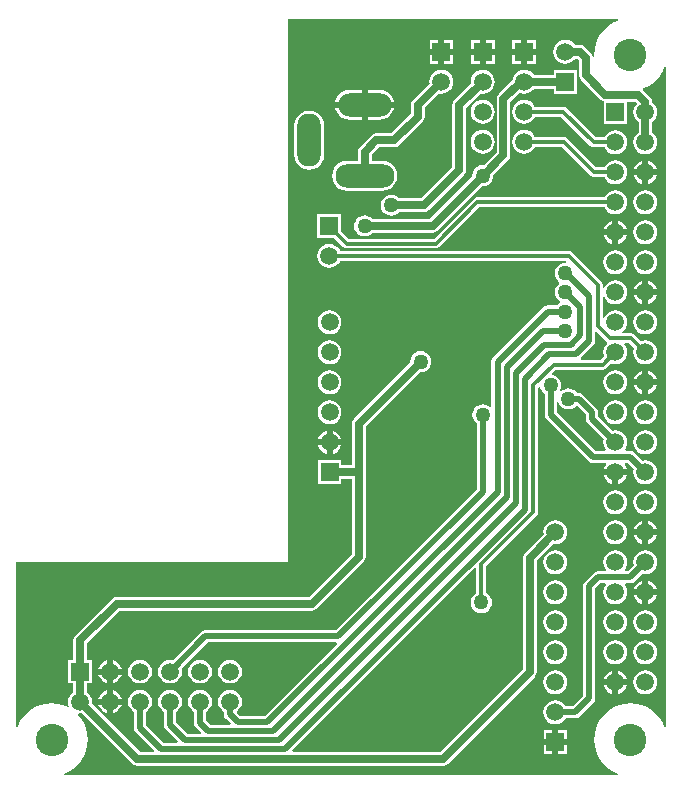
<source format=gbl>
G04 Layer_Physical_Order=2*
G04 Layer_Color=16711680*
%FSLAX44Y44*%
%MOMM*%
G71*
G01*
G75*
%ADD12C,1.5000*%
%ADD19C,0.3048*%
%ADD20C,0.6350*%
%ADD21C,0.5080*%
%ADD23R,1.5000X1.5000*%
%ADD24C,2.7500*%
%ADD25R,1.5000X1.5000*%
%ADD26O,4.5000X2.0000*%
%ADD27O,2.0000X4.5000*%
%ADD28O,5.0000X2.0000*%
%ADD29C,1.2700*%
G36*
X1164302Y895000D02*
X1164555Y893730D01*
X1161092Y892296D01*
X1156993Y889784D01*
X1153338Y886662D01*
X1150216Y883007D01*
X1147704Y878908D01*
X1145865Y874467D01*
X1144743Y869792D01*
X1144366Y865000D01*
X1144523Y862995D01*
X1143263Y862821D01*
X1142883Y864730D01*
X1141620Y866620D01*
X1136620Y871620D01*
X1134730Y872883D01*
X1132500Y873327D01*
X1128184D01*
X1127161Y874661D01*
X1125063Y876270D01*
X1122621Y877282D01*
X1120000Y877627D01*
X1117379Y877282D01*
X1114937Y876270D01*
X1112839Y874661D01*
X1111230Y872563D01*
X1110218Y870121D01*
X1109873Y867500D01*
X1110218Y864879D01*
X1111230Y862437D01*
X1112839Y860339D01*
X1114937Y858730D01*
X1117379Y857718D01*
X1120000Y857373D01*
X1122621Y857718D01*
X1125063Y858730D01*
X1127161Y860339D01*
X1128184Y861673D01*
X1130086D01*
X1131673Y860086D01*
Y847500D01*
X1132117Y845270D01*
X1133380Y843380D01*
X1149758Y827002D01*
X1151648Y825739D01*
X1152260Y825617D01*
Y806260D01*
X1172340D01*
Y825295D01*
X1178964D01*
X1180555Y823704D01*
X1180539Y823461D01*
X1178930Y821363D01*
X1177919Y818921D01*
X1177573Y816300D01*
X1177919Y813679D01*
X1178930Y811237D01*
X1180539Y809139D01*
X1181873Y808116D01*
Y799084D01*
X1180539Y798061D01*
X1178930Y795963D01*
X1177919Y793521D01*
X1177573Y790900D01*
X1177919Y788279D01*
X1178930Y785837D01*
X1180539Y783739D01*
X1182637Y782130D01*
X1185079Y781118D01*
X1187700Y780773D01*
X1190321Y781118D01*
X1192764Y782130D01*
X1194861Y783739D01*
X1196470Y785837D01*
X1197482Y788279D01*
X1197827Y790900D01*
X1197482Y793521D01*
X1196470Y795963D01*
X1194861Y798061D01*
X1193527Y799084D01*
Y808116D01*
X1194861Y809139D01*
X1196470Y811237D01*
X1197482Y813679D01*
X1197827Y816300D01*
X1197482Y818921D01*
X1196470Y821363D01*
X1194861Y823461D01*
X1193527Y824484D01*
Y824800D01*
X1193084Y827030D01*
X1191821Y828920D01*
X1185728Y835013D01*
X1185764Y836402D01*
X1188908Y837704D01*
X1193007Y840216D01*
X1196662Y843338D01*
X1199784Y846993D01*
X1202296Y851092D01*
X1203730Y854555D01*
X1205000Y854303D01*
X1205000Y295697D01*
X1203730Y295445D01*
X1202296Y298908D01*
X1199784Y303006D01*
X1196662Y306662D01*
X1193007Y309784D01*
X1188908Y312295D01*
X1184467Y314135D01*
X1179792Y315257D01*
X1175000Y315634D01*
X1170208Y315257D01*
X1165534Y314135D01*
X1161092Y312295D01*
X1156993Y309784D01*
X1153338Y306662D01*
X1150216Y303006D01*
X1147704Y298908D01*
X1145865Y294466D01*
X1144743Y289792D01*
X1144366Y285000D01*
X1144743Y280208D01*
X1145865Y275533D01*
X1147704Y271092D01*
X1150216Y266994D01*
X1153338Y263338D01*
X1156993Y260216D01*
X1161092Y257705D01*
X1164555Y256270D01*
X1164303Y255000D01*
X695701Y255001D01*
X695448Y256271D01*
X698908Y257705D01*
X703007Y260216D01*
X706662Y263338D01*
X709784Y266994D01*
X712296Y271092D01*
X714135Y275533D01*
X715257Y280208D01*
X715634Y285000D01*
X715257Y289792D01*
X714135Y294466D01*
X712296Y298908D01*
X709784Y303006D01*
X707106Y306142D01*
X707755Y307337D01*
X709000Y307173D01*
X710667Y307393D01*
X753295Y264765D01*
X755185Y263502D01*
X757415Y263058D01*
X1016385D01*
X1018615Y263502D01*
X1020505Y264765D01*
X1094120Y338380D01*
X1095383Y340270D01*
X1095827Y342500D01*
Y436786D01*
X1109833Y450793D01*
X1111500Y450573D01*
X1114121Y450918D01*
X1116563Y451930D01*
X1118661Y453539D01*
X1120270Y455637D01*
X1121282Y458079D01*
X1121627Y460700D01*
X1121282Y463321D01*
X1120270Y465763D01*
X1118661Y467861D01*
X1116563Y469470D01*
X1114121Y470482D01*
X1111500Y470827D01*
X1108879Y470482D01*
X1106437Y469470D01*
X1104339Y467861D01*
X1102730Y465763D01*
X1101718Y463321D01*
X1101373Y460700D01*
X1101593Y459033D01*
X1085880Y443320D01*
X1084617Y441430D01*
X1084173Y439200D01*
Y344914D01*
X1013971Y274712D01*
X889302D01*
X888816Y275885D01*
X1043403Y430473D01*
X1044576Y429987D01*
Y409126D01*
X1044237Y408985D01*
X1042380Y407560D01*
X1040955Y405703D01*
X1040059Y403541D01*
X1039753Y401220D01*
X1040059Y398899D01*
X1040955Y396737D01*
X1042380Y394879D01*
X1044237Y393455D01*
X1046399Y392559D01*
X1048720Y392253D01*
X1051041Y392559D01*
X1053203Y393455D01*
X1055060Y394879D01*
X1056485Y396737D01*
X1057381Y398899D01*
X1057687Y401220D01*
X1057381Y403541D01*
X1056485Y405703D01*
X1055060Y407560D01*
X1053203Y408985D01*
X1052864Y409126D01*
Y432059D01*
X1095430Y474625D01*
X1096328Y475970D01*
X1096644Y477555D01*
Y583107D01*
X1097594Y583889D01*
X1098734Y583479D01*
X1098839Y582679D01*
X1099735Y580517D01*
X1101160Y578660D01*
X1102320Y577769D01*
Y560000D01*
X1102715Y558018D01*
X1103838Y556338D01*
X1139518Y520658D01*
X1141198Y519535D01*
X1143180Y519141D01*
X1153907D01*
X1154533Y517870D01*
X1153530Y516563D01*
X1152519Y514121D01*
X1152508Y514040D01*
X1162300D01*
X1172092D01*
X1172082Y514121D01*
X1171070Y516563D01*
X1170067Y517870D01*
X1170693Y519141D01*
X1172735D01*
X1177899Y513976D01*
X1177573Y511500D01*
X1177919Y508879D01*
X1178930Y506437D01*
X1180539Y504339D01*
X1182637Y502730D01*
X1185079Y501718D01*
X1187700Y501373D01*
X1190321Y501718D01*
X1192764Y502730D01*
X1194861Y504339D01*
X1196470Y506437D01*
X1197482Y508879D01*
X1197827Y511500D01*
X1197482Y514121D01*
X1196470Y516563D01*
X1194861Y518661D01*
X1192764Y520270D01*
X1190321Y521282D01*
X1187700Y521627D01*
X1185224Y521301D01*
X1178543Y527982D01*
X1176862Y529105D01*
X1174880Y529500D01*
X1170878D01*
X1170251Y530770D01*
X1171070Y531837D01*
X1172082Y534279D01*
X1172427Y536900D01*
X1172082Y539521D01*
X1171070Y541963D01*
X1169461Y544061D01*
X1167364Y545670D01*
X1164921Y546682D01*
X1162300Y547027D01*
X1159824Y546701D01*
X1147680Y558846D01*
Y562500D01*
X1147285Y564482D01*
X1146162Y566162D01*
X1135129Y577196D01*
X1133449Y578319D01*
X1131467Y578713D01*
X1129731D01*
X1128840Y579874D01*
X1126983Y581299D01*
X1124821Y582195D01*
X1122500Y582500D01*
X1120179Y582195D01*
X1118017Y581299D01*
X1116473Y580115D01*
X1115430Y580915D01*
X1116161Y582679D01*
X1116467Y585000D01*
X1116161Y587321D01*
X1115265Y589483D01*
X1113840Y591340D01*
X1111983Y592765D01*
X1109821Y593661D01*
X1108934Y593778D01*
X1108479Y595119D01*
X1111716Y598356D01*
X1151700D01*
X1153286Y598672D01*
X1154630Y599570D01*
X1158760Y603699D01*
X1159679Y603318D01*
X1162300Y602973D01*
X1164921Y603318D01*
X1167364Y604330D01*
X1169461Y605939D01*
X1171070Y608037D01*
X1172082Y610479D01*
X1172427Y613100D01*
X1172082Y615721D01*
X1171070Y618163D01*
X1169978Y619586D01*
X1170604Y620856D01*
X1174084D01*
X1178299Y616641D01*
X1177919Y615721D01*
X1177573Y613100D01*
X1177919Y610479D01*
X1178930Y608037D01*
X1180539Y605939D01*
X1182637Y604330D01*
X1185079Y603318D01*
X1187700Y602973D01*
X1190321Y603318D01*
X1192764Y604330D01*
X1194861Y605939D01*
X1196470Y608037D01*
X1197482Y610479D01*
X1197827Y613100D01*
X1197482Y615721D01*
X1196470Y618163D01*
X1194861Y620261D01*
X1192764Y621870D01*
X1190321Y622882D01*
X1187700Y623227D01*
X1185079Y622882D01*
X1184159Y622501D01*
X1178730Y627930D01*
X1177386Y628828D01*
X1175800Y629144D01*
X1168685D01*
X1168254Y630414D01*
X1169461Y631339D01*
X1171070Y633437D01*
X1172082Y635879D01*
X1172427Y638500D01*
X1172082Y641121D01*
X1171070Y643563D01*
X1169461Y645661D01*
X1167364Y647270D01*
X1164921Y648282D01*
X1162300Y648627D01*
X1159679Y648282D01*
X1157237Y647270D01*
X1155139Y645661D01*
X1153530Y643563D01*
X1152914Y642075D01*
X1151644Y642327D01*
Y660073D01*
X1152914Y660325D01*
X1153530Y658837D01*
X1155139Y656739D01*
X1157237Y655130D01*
X1159679Y654118D01*
X1162300Y653773D01*
X1164921Y654118D01*
X1167364Y655130D01*
X1169461Y656739D01*
X1171070Y658837D01*
X1172082Y661279D01*
X1172427Y663900D01*
X1172082Y666521D01*
X1171070Y668963D01*
X1169461Y671061D01*
X1167364Y672670D01*
X1164921Y673682D01*
X1162300Y674027D01*
X1159679Y673682D01*
X1157237Y672670D01*
X1155139Y671061D01*
X1153530Y668963D01*
X1152914Y667475D01*
X1151644Y667727D01*
Y670000D01*
X1151328Y671586D01*
X1150430Y672930D01*
X1125830Y697530D01*
X1124486Y698428D01*
X1122900Y698744D01*
X929151D01*
X928770Y699663D01*
X927161Y701761D01*
X925063Y703370D01*
X922621Y704382D01*
X920000Y704727D01*
X917379Y704382D01*
X914937Y703370D01*
X912839Y701761D01*
X911230Y699663D01*
X910218Y697221D01*
X909873Y694600D01*
X910218Y691979D01*
X911230Y689537D01*
X912839Y687439D01*
X914937Y685830D01*
X917379Y684818D01*
X920000Y684473D01*
X922621Y684818D01*
X925063Y685830D01*
X927161Y687439D01*
X928770Y689537D01*
X929151Y690456D01*
X1120397D01*
X1120576Y690170D01*
X1120205Y689397D01*
X1119843Y688945D01*
X1117677Y688660D01*
X1115514Y687764D01*
X1113657Y686339D01*
X1112232Y684482D01*
X1111337Y682319D01*
X1111031Y679999D01*
X1111337Y677678D01*
X1112232Y675515D01*
X1113657Y673658D01*
X1114794Y672786D01*
X1114795Y671211D01*
X1113660Y670340D01*
X1112235Y668483D01*
X1111339Y666321D01*
X1111033Y664000D01*
X1111339Y661679D01*
X1112235Y659517D01*
X1113660Y657660D01*
X1115174Y656498D01*
X1115280Y656113D01*
X1115279Y655383D01*
X1115173Y655002D01*
X1113657Y653839D01*
X1112767Y652678D01*
X1104999D01*
X1104999Y652678D01*
X1103017Y652284D01*
X1101336Y651161D01*
X1058838Y608662D01*
X1057715Y606982D01*
X1057320Y605000D01*
Y566990D01*
X1056050Y566563D01*
X1054483Y567765D01*
X1052321Y568661D01*
X1050000Y568967D01*
X1047679Y568661D01*
X1045517Y567765D01*
X1043660Y566340D01*
X1042235Y564483D01*
X1041339Y562321D01*
X1041033Y560000D01*
X1041339Y557679D01*
X1042235Y555517D01*
X1043660Y553660D01*
X1044820Y552769D01*
Y497145D01*
X925355Y377679D01*
X815000D01*
X813018Y377285D01*
X811338Y376162D01*
X787676Y352501D01*
X785200Y352827D01*
X782579Y352482D01*
X780137Y351470D01*
X778039Y349861D01*
X776430Y347763D01*
X775418Y345321D01*
X775073Y342700D01*
X775418Y340079D01*
X776430Y337637D01*
X778039Y335539D01*
X780137Y333930D01*
X782579Y332918D01*
X785200Y332573D01*
X787821Y332918D01*
X790263Y333930D01*
X792361Y335539D01*
X793970Y337637D01*
X794982Y340079D01*
X795327Y342700D01*
X795001Y345176D01*
X817145Y367321D01*
X925836D01*
X926322Y366147D01*
X865355Y305180D01*
X844645D01*
X841875Y307950D01*
X841958Y309217D01*
X843161Y310139D01*
X844770Y312237D01*
X845782Y314679D01*
X846127Y317300D01*
X845782Y319921D01*
X844770Y322363D01*
X843161Y324461D01*
X841063Y326070D01*
X838621Y327082D01*
X836000Y327427D01*
X833379Y327082D01*
X830937Y326070D01*
X828839Y324461D01*
X827230Y322363D01*
X826218Y319921D01*
X825873Y317300D01*
X826218Y314679D01*
X827230Y312237D01*
X828839Y310139D01*
X830820Y308619D01*
Y306500D01*
X831215Y304518D01*
X832337Y302838D01*
X836442Y298733D01*
X835956Y297560D01*
X819765D01*
X815779Y301545D01*
Y308619D01*
X817761Y310139D01*
X819370Y312237D01*
X820382Y314679D01*
X820727Y317300D01*
X820382Y319921D01*
X819370Y322363D01*
X817761Y324461D01*
X815663Y326070D01*
X813221Y327082D01*
X810600Y327427D01*
X807979Y327082D01*
X805537Y326070D01*
X803439Y324461D01*
X801830Y322363D01*
X800818Y319921D01*
X800473Y317300D01*
X800818Y314679D01*
X801830Y312237D01*
X803439Y310139D01*
X805421Y308619D01*
Y299400D01*
X805815Y297418D01*
X806937Y295737D01*
X811562Y291113D01*
X811076Y289939D01*
X800005D01*
X790379Y299565D01*
Y308619D01*
X792361Y310139D01*
X793970Y312237D01*
X794982Y314679D01*
X795327Y317300D01*
X794982Y319921D01*
X793970Y322363D01*
X792361Y324461D01*
X790263Y326070D01*
X787821Y327082D01*
X785200Y327427D01*
X782579Y327082D01*
X780137Y326070D01*
X778039Y324461D01*
X776430Y322363D01*
X775418Y319921D01*
X775073Y317300D01*
X775418Y314679D01*
X776430Y312237D01*
X778039Y310139D01*
X780021Y308619D01*
Y297420D01*
X780415Y295438D01*
X781537Y293757D01*
X791802Y283493D01*
X791316Y282320D01*
X780005D01*
X764979Y297345D01*
Y308619D01*
X766961Y310139D01*
X768570Y312237D01*
X769582Y314679D01*
X769927Y317300D01*
X769582Y319921D01*
X768570Y322363D01*
X766961Y324461D01*
X764863Y326070D01*
X762421Y327082D01*
X759800Y327427D01*
X757179Y327082D01*
X754737Y326070D01*
X752639Y324461D01*
X751030Y322363D01*
X750018Y319921D01*
X749673Y317300D01*
X750018Y314679D01*
X751030Y312237D01*
X752639Y310139D01*
X754621Y308619D01*
Y295200D01*
X755015Y293218D01*
X756137Y291537D01*
X771790Y275885D01*
X771304Y274712D01*
X759829D01*
X718907Y315633D01*
X719127Y317300D01*
X718782Y319921D01*
X717770Y322363D01*
X716161Y324461D01*
X714827Y325484D01*
Y332660D01*
X719040D01*
Y352740D01*
X714827D01*
Y366586D01*
X742414Y394173D01*
X905000D01*
X907230Y394617D01*
X909120Y395880D01*
X949120Y435880D01*
X950383Y437770D01*
X950827Y440000D01*
Y550086D01*
X996858Y596118D01*
X997500Y596033D01*
X999821Y596339D01*
X1001983Y597235D01*
X1003840Y598660D01*
X1005265Y600517D01*
X1006161Y602679D01*
X1006467Y605000D01*
X1006161Y607321D01*
X1005265Y609483D01*
X1003840Y611340D01*
X1001983Y612765D01*
X999821Y613661D01*
X997500Y613967D01*
X995179Y613661D01*
X993017Y612765D01*
X991160Y611340D01*
X989735Y609483D01*
X988839Y607321D01*
X988533Y605000D01*
X988618Y604358D01*
X940880Y556620D01*
X939617Y554730D01*
X939173Y552500D01*
Y517327D01*
X930278D01*
Y521540D01*
X910198D01*
Y501460D01*
X930278D01*
Y505673D01*
X939173D01*
Y442414D01*
X902586Y405827D01*
X740000D01*
X737770Y405383D01*
X735880Y404120D01*
X704880Y373120D01*
X703617Y371230D01*
X703173Y369000D01*
Y352740D01*
X698960D01*
Y332660D01*
X703173D01*
Y325484D01*
X701839Y324461D01*
X700230Y322363D01*
X699218Y319921D01*
X698873Y317300D01*
X699218Y314679D01*
X699820Y313226D01*
X699075Y312467D01*
X698815Y312334D01*
X694467Y314135D01*
X689792Y315257D01*
X685000Y315634D01*
X680208Y315257D01*
X675533Y314135D01*
X671092Y312295D01*
X666993Y309784D01*
X663338Y306662D01*
X660216Y303006D01*
X657704Y298908D01*
X656270Y295444D01*
X655000Y295697D01*
X655000Y435000D01*
X885000D01*
X885000Y895000D01*
X1164302Y895000D01*
D02*
G37*
G36*
X1154570Y622070D02*
X1155020Y621769D01*
X1155137Y620288D01*
X1155089Y620195D01*
X1153530Y618163D01*
X1152519Y615721D01*
X1152173Y613100D01*
X1152519Y610479D01*
X1152899Y609559D01*
X1149984Y606644D01*
X1133265D01*
X1132739Y607914D01*
X1143662Y618838D01*
X1144785Y620518D01*
X1145180Y622500D01*
Y629801D01*
X1146353Y630287D01*
X1154570Y622070D01*
D02*
G37*
G36*
X1114735Y569050D02*
X1116160Y567193D01*
X1118017Y565768D01*
X1120179Y564872D01*
X1122500Y564567D01*
X1124821Y564872D01*
X1126983Y565768D01*
X1128840Y567193D01*
X1128967Y567358D01*
X1130234Y567441D01*
X1137320Y560355D01*
Y556700D01*
X1137715Y554718D01*
X1138838Y553038D01*
X1152499Y539376D01*
X1152173Y536900D01*
X1152519Y534279D01*
X1153530Y531837D01*
X1154349Y530770D01*
X1153723Y529500D01*
X1145325D01*
X1112680Y562145D01*
Y570693D01*
X1113950Y570945D01*
X1114735Y569050D01*
D02*
G37*
%LPC*%
G36*
X1095040Y877540D02*
X1087540D01*
Y870040D01*
X1095040D01*
Y877540D01*
D02*
G37*
G36*
X1082460D02*
X1074960D01*
Y870040D01*
X1082460D01*
Y877540D01*
D02*
G37*
G36*
X1060040D02*
X1052540D01*
Y870040D01*
X1060040D01*
Y877540D01*
D02*
G37*
G36*
X1047460D02*
X1039960D01*
Y870040D01*
X1047460D01*
Y877540D01*
D02*
G37*
G36*
X1025040D02*
X1017540D01*
Y870040D01*
X1025040D01*
Y877540D01*
D02*
G37*
G36*
X1012460D02*
X1004960D01*
Y870040D01*
X1012460D01*
Y877540D01*
D02*
G37*
G36*
X1095040Y864960D02*
X1087540D01*
Y857460D01*
X1095040D01*
Y864960D01*
D02*
G37*
G36*
X1082460D02*
X1074960D01*
Y857460D01*
X1082460D01*
Y864960D01*
D02*
G37*
G36*
X1060040D02*
X1052540D01*
Y857460D01*
X1060040D01*
Y864960D01*
D02*
G37*
G36*
X1047460D02*
X1039960D01*
Y857460D01*
X1047460D01*
Y864960D01*
D02*
G37*
G36*
X1025040D02*
X1017540D01*
Y857460D01*
X1025040D01*
Y864960D01*
D02*
G37*
G36*
X1012460D02*
X1004960D01*
Y857460D01*
X1012460D01*
Y864960D01*
D02*
G37*
G36*
X1085000Y852227D02*
X1082379Y851882D01*
X1079937Y850870D01*
X1077839Y849261D01*
X1076230Y847163D01*
X1075219Y844721D01*
X1075027Y843268D01*
X1063380Y831620D01*
X1062117Y829730D01*
X1061673Y827500D01*
Y782414D01*
X1050642Y771382D01*
X1050000Y771467D01*
X1047679Y771161D01*
X1045517Y770265D01*
X1043660Y768840D01*
X1042235Y766983D01*
X1041339Y764821D01*
X1041033Y762500D01*
X1041118Y761858D01*
X1005086Y725827D01*
X956734D01*
X956340Y726340D01*
X954483Y727765D01*
X952321Y728661D01*
X950000Y728967D01*
X947679Y728661D01*
X945517Y727765D01*
X943660Y726340D01*
X942235Y724483D01*
X941339Y722321D01*
X941033Y720000D01*
X941339Y717679D01*
X942235Y715517D01*
X943660Y713660D01*
X945517Y712235D01*
X947679Y711339D01*
X950000Y711033D01*
X952321Y711339D01*
X954483Y712235D01*
X956340Y713660D01*
X956734Y714173D01*
X1007500D01*
X1009730Y714617D01*
X1011620Y715880D01*
X1049358Y753618D01*
X1050000Y753533D01*
X1052321Y753839D01*
X1054483Y754735D01*
X1056340Y756160D01*
X1057765Y758017D01*
X1058661Y760179D01*
X1058967Y762500D01*
X1058882Y763142D01*
X1071620Y775880D01*
X1072883Y777770D01*
X1073327Y780000D01*
Y825086D01*
X1081092Y832851D01*
X1082379Y832318D01*
X1085000Y831973D01*
X1087621Y832318D01*
X1090063Y833330D01*
X1092161Y834939D01*
X1093184Y836273D01*
X1109960D01*
Y832060D01*
X1130040D01*
Y852140D01*
X1109960D01*
Y847927D01*
X1093184D01*
X1092161Y849261D01*
X1090063Y850870D01*
X1087621Y851882D01*
X1085000Y852227D01*
D02*
G37*
G36*
X1050000D02*
X1047379Y851882D01*
X1044937Y850870D01*
X1042839Y849261D01*
X1041230Y847163D01*
X1040219Y844721D01*
X1039873Y842100D01*
X1040093Y840433D01*
X1025880Y826220D01*
X1024617Y824330D01*
X1024173Y822100D01*
Y769914D01*
X997586Y743327D01*
X979234D01*
X978840Y743840D01*
X976983Y745265D01*
X974821Y746161D01*
X972500Y746467D01*
X970179Y746161D01*
X968017Y745265D01*
X966160Y743840D01*
X964735Y741983D01*
X963839Y739821D01*
X963533Y737500D01*
X963839Y735179D01*
X964735Y733017D01*
X966160Y731160D01*
X968017Y729735D01*
X970179Y728839D01*
X972500Y728533D01*
X974821Y728839D01*
X976983Y729735D01*
X978840Y731160D01*
X979234Y731673D01*
X1000000D01*
X1002230Y732117D01*
X1004120Y733380D01*
X1034120Y763380D01*
X1035383Y765270D01*
X1035827Y767500D01*
Y819686D01*
X1048333Y832193D01*
X1050000Y831973D01*
X1052621Y832318D01*
X1055063Y833330D01*
X1057161Y834939D01*
X1058770Y837037D01*
X1059782Y839479D01*
X1060127Y842100D01*
X1059782Y844721D01*
X1058770Y847163D01*
X1057161Y849261D01*
X1055063Y850870D01*
X1052621Y851882D01*
X1050000Y852227D01*
D02*
G37*
G36*
X1015000D02*
X1012379Y851882D01*
X1009937Y850870D01*
X1007840Y849261D01*
X1006230Y847163D01*
X1005219Y844721D01*
X1004874Y842100D01*
X1005093Y840433D01*
X990880Y826220D01*
X989617Y824330D01*
X989173Y822100D01*
Y814914D01*
X972586Y798327D01*
X960000D01*
X957770Y797883D01*
X955880Y796620D01*
X945880Y786620D01*
X944617Y784730D01*
X944173Y782500D01*
Y775148D01*
X935000D01*
X931726Y774717D01*
X928676Y773454D01*
X926056Y771444D01*
X924046Y768824D01*
X922783Y765774D01*
X922352Y762500D01*
X922783Y759226D01*
X924046Y756176D01*
X926056Y753556D01*
X928676Y751546D01*
X931726Y750283D01*
X935000Y749852D01*
X965000D01*
X968274Y750283D01*
X971324Y751546D01*
X973944Y753556D01*
X975954Y756176D01*
X977217Y759226D01*
X977648Y762500D01*
X977217Y765774D01*
X975954Y768824D01*
X973944Y771444D01*
X971324Y773454D01*
X968274Y774717D01*
X965000Y775148D01*
X955827D01*
Y780086D01*
X962414Y786673D01*
X975000D01*
X977230Y787117D01*
X979120Y788380D01*
X999120Y808380D01*
X1000383Y810270D01*
X1000827Y812500D01*
Y819686D01*
X1013333Y832193D01*
X1015000Y831973D01*
X1017621Y832318D01*
X1020063Y833330D01*
X1022161Y834939D01*
X1023770Y837037D01*
X1024782Y839479D01*
X1025127Y842100D01*
X1024782Y844721D01*
X1023770Y847163D01*
X1022161Y849261D01*
X1020063Y850870D01*
X1017621Y851882D01*
X1015000Y852227D01*
D02*
G37*
G36*
X962500Y835148D02*
X952540D01*
Y825040D01*
X974814D01*
X974717Y825774D01*
X973454Y828824D01*
X971444Y831444D01*
X968824Y833454D01*
X965774Y834717D01*
X962500Y835148D01*
D02*
G37*
G36*
X947460D02*
X937500D01*
X934226Y834717D01*
X931176Y833454D01*
X928556Y831444D01*
X926546Y828824D01*
X925283Y825774D01*
X925186Y825040D01*
X947460D01*
Y835148D01*
D02*
G37*
G36*
X974814Y819960D02*
X952540D01*
Y809852D01*
X962500D01*
X965774Y810283D01*
X968824Y811546D01*
X971444Y813556D01*
X973454Y816176D01*
X974717Y819226D01*
X974814Y819960D01*
D02*
G37*
G36*
X947460D02*
X925186D01*
X925283Y819226D01*
X926546Y816176D01*
X928556Y813556D01*
X931176Y811546D01*
X934226Y810283D01*
X937500Y809852D01*
X947460D01*
Y819960D01*
D02*
G37*
G36*
X1050000Y826827D02*
X1047379Y826482D01*
X1044937Y825470D01*
X1042839Y823861D01*
X1041230Y821763D01*
X1040219Y819321D01*
X1039873Y816700D01*
X1040219Y814079D01*
X1041230Y811637D01*
X1042839Y809539D01*
X1044937Y807930D01*
X1047379Y806918D01*
X1050000Y806573D01*
X1052621Y806918D01*
X1055063Y807930D01*
X1057161Y809539D01*
X1058770Y811637D01*
X1059782Y814079D01*
X1060127Y816700D01*
X1059782Y819321D01*
X1058770Y821763D01*
X1057161Y823861D01*
X1055063Y825470D01*
X1052621Y826482D01*
X1050000Y826827D01*
D02*
G37*
G36*
Y801427D02*
X1047379Y801082D01*
X1044937Y800070D01*
X1042839Y798461D01*
X1041230Y796363D01*
X1040219Y793921D01*
X1039873Y791300D01*
X1040219Y788679D01*
X1041230Y786237D01*
X1042839Y784139D01*
X1044937Y782530D01*
X1047379Y781518D01*
X1050000Y781173D01*
X1052621Y781518D01*
X1055063Y782530D01*
X1057161Y784139D01*
X1058770Y786237D01*
X1059782Y788679D01*
X1060127Y791300D01*
X1059782Y793921D01*
X1058770Y796363D01*
X1057161Y798461D01*
X1055063Y800070D01*
X1052621Y801082D01*
X1050000Y801427D01*
D02*
G37*
G36*
X1085000Y826827D02*
X1082379Y826482D01*
X1079937Y825470D01*
X1077839Y823861D01*
X1076230Y821763D01*
X1075219Y819321D01*
X1074873Y816700D01*
X1075219Y814079D01*
X1076230Y811637D01*
X1077839Y809539D01*
X1079937Y807930D01*
X1082379Y806918D01*
X1085000Y806573D01*
X1087621Y806918D01*
X1090063Y807930D01*
X1092161Y809539D01*
X1093770Y811637D01*
X1094151Y812556D01*
X1116584D01*
X1141170Y787970D01*
X1142514Y787072D01*
X1144100Y786756D01*
X1153149D01*
X1153530Y785837D01*
X1155139Y783739D01*
X1157237Y782130D01*
X1159679Y781118D01*
X1162300Y780773D01*
X1164921Y781118D01*
X1167364Y782130D01*
X1169461Y783739D01*
X1171070Y785837D01*
X1172082Y788279D01*
X1172427Y790900D01*
X1172082Y793521D01*
X1171070Y795963D01*
X1169461Y798061D01*
X1167364Y799670D01*
X1164921Y800682D01*
X1162300Y801027D01*
X1159679Y800682D01*
X1157237Y799670D01*
X1155139Y798061D01*
X1153530Y795963D01*
X1153149Y795044D01*
X1145816D01*
X1121230Y819630D01*
X1119886Y820528D01*
X1118300Y820844D01*
X1094151D01*
X1093770Y821763D01*
X1092161Y823861D01*
X1090063Y825470D01*
X1087621Y826482D01*
X1085000Y826827D01*
D02*
G37*
G36*
X1190240Y775292D02*
Y768040D01*
X1197492D01*
X1197482Y768121D01*
X1196470Y770563D01*
X1194861Y772661D01*
X1192764Y774270D01*
X1190321Y775282D01*
X1190240Y775292D01*
D02*
G37*
G36*
X1185160Y775292D02*
X1185079Y775282D01*
X1182637Y774270D01*
X1180539Y772661D01*
X1178930Y770563D01*
X1177919Y768121D01*
X1177908Y768040D01*
X1185160D01*
Y775292D01*
D02*
G37*
G36*
X903000Y817648D02*
X899726Y817217D01*
X896676Y815954D01*
X894056Y813944D01*
X892046Y811324D01*
X890783Y808274D01*
X890352Y805000D01*
Y780000D01*
X890783Y776726D01*
X892046Y773676D01*
X894056Y771056D01*
X896676Y769046D01*
X899726Y767783D01*
X903000Y767352D01*
X906274Y767783D01*
X909324Y769046D01*
X911944Y771056D01*
X913954Y773676D01*
X915217Y776726D01*
X915648Y780000D01*
Y805000D01*
X915217Y808274D01*
X913954Y811324D01*
X911944Y813944D01*
X909324Y815954D01*
X906274Y817217D01*
X903000Y817648D01*
D02*
G37*
G36*
X1185160Y762960D02*
X1177908D01*
X1177919Y762879D01*
X1178930Y760437D01*
X1180539Y758339D01*
X1182637Y756730D01*
X1185079Y755718D01*
X1185160Y755708D01*
Y762960D01*
D02*
G37*
G36*
X1197492D02*
X1190240D01*
Y755708D01*
X1190321Y755718D01*
X1192764Y756730D01*
X1194861Y758339D01*
X1196470Y760437D01*
X1197482Y762879D01*
X1197492Y762960D01*
D02*
G37*
G36*
X1085000Y801427D02*
X1082379Y801082D01*
X1079937Y800070D01*
X1077839Y798461D01*
X1076230Y796363D01*
X1075219Y793921D01*
X1074873Y791300D01*
X1075219Y788679D01*
X1076230Y786237D01*
X1077839Y784139D01*
X1079937Y782530D01*
X1082379Y781518D01*
X1085000Y781173D01*
X1087621Y781518D01*
X1090063Y782530D01*
X1092161Y784139D01*
X1093770Y786237D01*
X1094151Y787156D01*
X1116984D01*
X1141570Y762570D01*
X1142914Y761672D01*
X1144500Y761356D01*
X1153149D01*
X1153530Y760437D01*
X1155139Y758339D01*
X1157237Y756730D01*
X1159679Y755718D01*
X1162300Y755373D01*
X1164921Y755718D01*
X1167364Y756730D01*
X1169461Y758339D01*
X1171070Y760437D01*
X1172082Y762879D01*
X1172427Y765500D01*
X1172082Y768121D01*
X1171070Y770563D01*
X1169461Y772661D01*
X1167364Y774270D01*
X1164921Y775282D01*
X1162300Y775627D01*
X1159679Y775282D01*
X1157237Y774270D01*
X1155139Y772661D01*
X1153530Y770563D01*
X1153149Y769644D01*
X1146216D01*
X1121630Y794230D01*
X1120286Y795128D01*
X1118700Y795444D01*
X1094151D01*
X1093770Y796363D01*
X1092161Y798461D01*
X1090063Y800070D01*
X1087621Y801082D01*
X1085000Y801427D01*
D02*
G37*
G36*
X1187700Y750227D02*
X1185079Y749882D01*
X1182637Y748870D01*
X1180539Y747261D01*
X1178930Y745163D01*
X1177919Y742721D01*
X1177573Y740100D01*
X1177919Y737479D01*
X1178930Y735037D01*
X1180539Y732939D01*
X1182637Y731330D01*
X1185079Y730318D01*
X1187700Y729973D01*
X1190321Y730318D01*
X1192764Y731330D01*
X1194861Y732939D01*
X1196470Y735037D01*
X1197482Y737479D01*
X1197827Y740100D01*
X1197482Y742721D01*
X1196470Y745163D01*
X1194861Y747261D01*
X1192764Y748870D01*
X1190321Y749882D01*
X1187700Y750227D01*
D02*
G37*
G36*
X1162300D02*
X1159679Y749882D01*
X1157237Y748870D01*
X1155139Y747261D01*
X1153530Y745163D01*
X1153149Y744244D01*
X1045100D01*
X1043514Y743928D01*
X1042170Y743030D01*
X1008284Y709144D01*
X936716D01*
X930040Y715820D01*
Y730040D01*
X909960D01*
Y709960D01*
X924180D01*
X932070Y702070D01*
X933414Y701172D01*
X935000Y700856D01*
X1010000D01*
X1011586Y701172D01*
X1012930Y702070D01*
X1046816Y735956D01*
X1153149D01*
X1153530Y735037D01*
X1155139Y732939D01*
X1157237Y731330D01*
X1159679Y730318D01*
X1162300Y729973D01*
X1164921Y730318D01*
X1167364Y731330D01*
X1169461Y732939D01*
X1171070Y735037D01*
X1172082Y737479D01*
X1172427Y740100D01*
X1172082Y742721D01*
X1171070Y745163D01*
X1169461Y747261D01*
X1167364Y748870D01*
X1164921Y749882D01*
X1162300Y750227D01*
D02*
G37*
G36*
X1164840Y724492D02*
Y717240D01*
X1172092D01*
X1172082Y717321D01*
X1171070Y719763D01*
X1169461Y721861D01*
X1167364Y723470D01*
X1164921Y724482D01*
X1164840Y724492D01*
D02*
G37*
G36*
X1159760Y724492D02*
X1159679Y724482D01*
X1157237Y723470D01*
X1155139Y721861D01*
X1153530Y719763D01*
X1152519Y717321D01*
X1152508Y717240D01*
X1159760D01*
Y724492D01*
D02*
G37*
G36*
Y712160D02*
X1152508D01*
X1152519Y712079D01*
X1153530Y709637D01*
X1155139Y707539D01*
X1157237Y705930D01*
X1159679Y704918D01*
X1159760Y704908D01*
Y712160D01*
D02*
G37*
G36*
X1172092D02*
X1164840D01*
Y704908D01*
X1164921Y704918D01*
X1167364Y705930D01*
X1169461Y707539D01*
X1171070Y709637D01*
X1172082Y712079D01*
X1172092Y712160D01*
D02*
G37*
G36*
X1187700Y724827D02*
X1185079Y724482D01*
X1182637Y723470D01*
X1180539Y721861D01*
X1178930Y719763D01*
X1177919Y717321D01*
X1177573Y714700D01*
X1177919Y712079D01*
X1178930Y709637D01*
X1180539Y707539D01*
X1182637Y705930D01*
X1185079Y704918D01*
X1187700Y704573D01*
X1190321Y704918D01*
X1192764Y705930D01*
X1194861Y707539D01*
X1196470Y709637D01*
X1197482Y712079D01*
X1197827Y714700D01*
X1197482Y717321D01*
X1196470Y719763D01*
X1194861Y721861D01*
X1192764Y723470D01*
X1190321Y724482D01*
X1187700Y724827D01*
D02*
G37*
G36*
Y699427D02*
X1185079Y699082D01*
X1182637Y698070D01*
X1180539Y696461D01*
X1178930Y694363D01*
X1177919Y691921D01*
X1177573Y689300D01*
X1177919Y686679D01*
X1178930Y684237D01*
X1180539Y682139D01*
X1182637Y680530D01*
X1185079Y679518D01*
X1187700Y679173D01*
X1190321Y679518D01*
X1192764Y680530D01*
X1194861Y682139D01*
X1196470Y684237D01*
X1197482Y686679D01*
X1197827Y689300D01*
X1197482Y691921D01*
X1196470Y694363D01*
X1194861Y696461D01*
X1192764Y698070D01*
X1190321Y699082D01*
X1187700Y699427D01*
D02*
G37*
G36*
X1162300D02*
X1159679Y699082D01*
X1157237Y698070D01*
X1155139Y696461D01*
X1153530Y694363D01*
X1152519Y691921D01*
X1152173Y689300D01*
X1152519Y686679D01*
X1153530Y684237D01*
X1155139Y682139D01*
X1157237Y680530D01*
X1159679Y679518D01*
X1162300Y679173D01*
X1164921Y679518D01*
X1167364Y680530D01*
X1169461Y682139D01*
X1171070Y684237D01*
X1172082Y686679D01*
X1172427Y689300D01*
X1172082Y691921D01*
X1171070Y694363D01*
X1169461Y696461D01*
X1167364Y698070D01*
X1164921Y699082D01*
X1162300Y699427D01*
D02*
G37*
G36*
X1190240Y673692D02*
Y666440D01*
X1197492D01*
X1197482Y666521D01*
X1196470Y668963D01*
X1194861Y671061D01*
X1192764Y672670D01*
X1190321Y673682D01*
X1190240Y673692D01*
D02*
G37*
G36*
X1185160Y673692D02*
X1185079Y673682D01*
X1182637Y672670D01*
X1180539Y671061D01*
X1178930Y668963D01*
X1177919Y666521D01*
X1177908Y666440D01*
X1185160D01*
Y673692D01*
D02*
G37*
G36*
Y661360D02*
X1177908D01*
X1177919Y661279D01*
X1178930Y658837D01*
X1180539Y656739D01*
X1182637Y655130D01*
X1185079Y654118D01*
X1185160Y654108D01*
Y661360D01*
D02*
G37*
G36*
X1197492D02*
X1190240D01*
Y654108D01*
X1190321Y654118D01*
X1192764Y655130D01*
X1194861Y656739D01*
X1196470Y658837D01*
X1197482Y661279D01*
X1197492Y661360D01*
D02*
G37*
G36*
X920238Y648627D02*
X917617Y648282D01*
X915175Y647270D01*
X913078Y645661D01*
X911468Y643563D01*
X910457Y641121D01*
X910112Y638500D01*
X910457Y635879D01*
X911468Y633437D01*
X913078Y631339D01*
X915175Y629730D01*
X917617Y628719D01*
X920238Y628373D01*
X922859Y628719D01*
X925302Y629730D01*
X927399Y631339D01*
X929008Y633437D01*
X930020Y635879D01*
X930365Y638500D01*
X930020Y641121D01*
X929008Y643563D01*
X927399Y645661D01*
X925302Y647270D01*
X922859Y648282D01*
X920238Y648627D01*
D02*
G37*
G36*
X1187700Y648627D02*
X1185079Y648282D01*
X1182637Y647270D01*
X1180539Y645661D01*
X1178930Y643563D01*
X1177919Y641121D01*
X1177573Y638500D01*
X1177919Y635879D01*
X1178930Y633437D01*
X1180539Y631339D01*
X1182637Y629730D01*
X1185079Y628718D01*
X1187700Y628373D01*
X1190321Y628718D01*
X1192764Y629730D01*
X1194861Y631339D01*
X1196470Y633437D01*
X1197482Y635879D01*
X1197827Y638500D01*
X1197482Y641121D01*
X1196470Y643563D01*
X1194861Y645661D01*
X1192764Y647270D01*
X1190321Y648282D01*
X1187700Y648627D01*
D02*
G37*
G36*
X920238Y623227D02*
X917617Y622882D01*
X915175Y621870D01*
X913078Y620261D01*
X911468Y618163D01*
X910457Y615721D01*
X910112Y613100D01*
X910457Y610479D01*
X911468Y608037D01*
X913078Y605939D01*
X915175Y604330D01*
X917617Y603319D01*
X920238Y602974D01*
X922859Y603319D01*
X925302Y604330D01*
X927399Y605939D01*
X929008Y608037D01*
X930020Y610479D01*
X930365Y613100D01*
X930020Y615721D01*
X929008Y618163D01*
X927399Y620261D01*
X925302Y621870D01*
X922859Y622882D01*
X920238Y623227D01*
D02*
G37*
G36*
X1190240Y597492D02*
Y590240D01*
X1197492D01*
X1197482Y590321D01*
X1196470Y592763D01*
X1194861Y594861D01*
X1192764Y596470D01*
X1190321Y597482D01*
X1190240Y597492D01*
D02*
G37*
G36*
X1185160Y597492D02*
X1185079Y597482D01*
X1182637Y596470D01*
X1180539Y594861D01*
X1178930Y592763D01*
X1177919Y590321D01*
X1177908Y590240D01*
X1185160D01*
Y597492D01*
D02*
G37*
G36*
Y585160D02*
X1177908D01*
X1177919Y585079D01*
X1178930Y582637D01*
X1180539Y580539D01*
X1182637Y578930D01*
X1185079Y577918D01*
X1185160Y577908D01*
Y585160D01*
D02*
G37*
G36*
X1197492D02*
X1190240D01*
Y577908D01*
X1190321Y577918D01*
X1192764Y578930D01*
X1194861Y580539D01*
X1196470Y582637D01*
X1197482Y585079D01*
X1197492Y585160D01*
D02*
G37*
G36*
X920238Y597827D02*
X917617Y597482D01*
X915175Y596470D01*
X913078Y594861D01*
X911468Y592763D01*
X910457Y590321D01*
X910112Y587700D01*
X910457Y585079D01*
X911468Y582637D01*
X913078Y580540D01*
X915175Y578930D01*
X917617Y577919D01*
X920238Y577574D01*
X922859Y577919D01*
X925302Y578930D01*
X927399Y580540D01*
X929008Y582637D01*
X930020Y585079D01*
X930365Y587700D01*
X930020Y590321D01*
X929008Y592763D01*
X927399Y594861D01*
X925302Y596470D01*
X922859Y597482D01*
X920238Y597827D01*
D02*
G37*
G36*
X1162300Y597827D02*
X1159679Y597482D01*
X1157237Y596470D01*
X1155139Y594861D01*
X1153530Y592763D01*
X1152519Y590321D01*
X1152173Y587700D01*
X1152519Y585079D01*
X1153530Y582637D01*
X1155139Y580539D01*
X1157237Y578930D01*
X1159679Y577918D01*
X1162300Y577573D01*
X1164921Y577918D01*
X1167364Y578930D01*
X1169461Y580539D01*
X1171070Y582637D01*
X1172082Y585079D01*
X1172427Y587700D01*
X1172082Y590321D01*
X1171070Y592763D01*
X1169461Y594861D01*
X1167364Y596470D01*
X1164921Y597482D01*
X1162300Y597827D01*
D02*
G37*
G36*
X920238Y572427D02*
X917617Y572082D01*
X915175Y571070D01*
X913078Y569461D01*
X911468Y567363D01*
X910457Y564921D01*
X910112Y562300D01*
X910457Y559679D01*
X911468Y557237D01*
X913078Y555140D01*
X915175Y553530D01*
X917617Y552519D01*
X920238Y552174D01*
X922859Y552519D01*
X925302Y553530D01*
X927399Y555140D01*
X929008Y557237D01*
X930020Y559679D01*
X930365Y562300D01*
X930020Y564921D01*
X929008Y567363D01*
X927399Y569461D01*
X925302Y571070D01*
X922859Y572082D01*
X920238Y572427D01*
D02*
G37*
G36*
X1187700Y572427D02*
X1185079Y572082D01*
X1182637Y571070D01*
X1180539Y569461D01*
X1178930Y567363D01*
X1177919Y564921D01*
X1177573Y562300D01*
X1177919Y559679D01*
X1178930Y557237D01*
X1180539Y555139D01*
X1182637Y553530D01*
X1185079Y552518D01*
X1187700Y552173D01*
X1190321Y552518D01*
X1192764Y553530D01*
X1194861Y555139D01*
X1196470Y557237D01*
X1197482Y559679D01*
X1197827Y562300D01*
X1197482Y564921D01*
X1196470Y567363D01*
X1194861Y569461D01*
X1192764Y571070D01*
X1190321Y572082D01*
X1187700Y572427D01*
D02*
G37*
G36*
X1162300D02*
X1159679Y572082D01*
X1157237Y571070D01*
X1155139Y569461D01*
X1153530Y567363D01*
X1152519Y564921D01*
X1152173Y562300D01*
X1152519Y559679D01*
X1153530Y557237D01*
X1155139Y555139D01*
X1157237Y553530D01*
X1159679Y552518D01*
X1162300Y552173D01*
X1164921Y552518D01*
X1167364Y553530D01*
X1169461Y555139D01*
X1171070Y557237D01*
X1172082Y559679D01*
X1172427Y562300D01*
X1172082Y564921D01*
X1171070Y567363D01*
X1169461Y569461D01*
X1167364Y571070D01*
X1164921Y572082D01*
X1162300Y572427D01*
D02*
G37*
G36*
X922778Y546692D02*
Y539440D01*
X930030D01*
X930020Y539521D01*
X929008Y541963D01*
X927399Y544061D01*
X925302Y545670D01*
X922859Y546682D01*
X922778Y546692D01*
D02*
G37*
G36*
X917698Y546692D02*
X917617Y546682D01*
X915175Y545670D01*
X913078Y544061D01*
X911468Y541963D01*
X910457Y539521D01*
X910446Y539440D01*
X917698D01*
Y546692D01*
D02*
G37*
G36*
Y534360D02*
X910446D01*
X910457Y534279D01*
X911468Y531837D01*
X913078Y529739D01*
X915175Y528130D01*
X917617Y527119D01*
X917698Y527108D01*
Y534360D01*
D02*
G37*
G36*
X930030D02*
X922778D01*
Y527108D01*
X922859Y527119D01*
X925302Y528130D01*
X927399Y529739D01*
X929008Y531837D01*
X930020Y534279D01*
X930030Y534360D01*
D02*
G37*
G36*
X1187700Y547027D02*
X1185079Y546682D01*
X1182637Y545670D01*
X1180539Y544061D01*
X1178930Y541963D01*
X1177919Y539521D01*
X1177573Y536900D01*
X1177919Y534279D01*
X1178930Y531837D01*
X1180539Y529739D01*
X1182637Y528130D01*
X1185079Y527118D01*
X1187700Y526773D01*
X1190321Y527118D01*
X1192764Y528130D01*
X1194861Y529739D01*
X1196470Y531837D01*
X1197482Y534279D01*
X1197827Y536900D01*
X1197482Y539521D01*
X1196470Y541963D01*
X1194861Y544061D01*
X1192764Y545670D01*
X1190321Y546682D01*
X1187700Y547027D01*
D02*
G37*
G36*
X1159760Y508960D02*
X1152508D01*
X1152519Y508879D01*
X1153530Y506437D01*
X1155139Y504339D01*
X1157237Y502730D01*
X1159679Y501718D01*
X1159760Y501708D01*
Y508960D01*
D02*
G37*
G36*
X1172092D02*
X1164840D01*
Y501708D01*
X1164921Y501718D01*
X1167364Y502730D01*
X1169461Y504339D01*
X1171070Y506437D01*
X1172082Y508879D01*
X1172092Y508960D01*
D02*
G37*
G36*
X1187700Y496227D02*
X1185079Y495882D01*
X1182637Y494870D01*
X1180539Y493261D01*
X1178930Y491163D01*
X1177919Y488721D01*
X1177573Y486100D01*
X1177919Y483479D01*
X1178930Y481037D01*
X1180539Y478939D01*
X1182637Y477330D01*
X1185079Y476318D01*
X1187700Y475973D01*
X1190321Y476318D01*
X1192764Y477330D01*
X1194861Y478939D01*
X1196470Y481037D01*
X1197482Y483479D01*
X1197827Y486100D01*
X1197482Y488721D01*
X1196470Y491163D01*
X1194861Y493261D01*
X1192764Y494870D01*
X1190321Y495882D01*
X1187700Y496227D01*
D02*
G37*
G36*
X1162300D02*
X1159679Y495882D01*
X1157237Y494870D01*
X1155139Y493261D01*
X1153530Y491163D01*
X1152519Y488721D01*
X1152173Y486100D01*
X1152519Y483479D01*
X1153530Y481037D01*
X1155139Y478939D01*
X1157237Y477330D01*
X1159679Y476318D01*
X1162300Y475973D01*
X1164921Y476318D01*
X1167364Y477330D01*
X1169461Y478939D01*
X1171070Y481037D01*
X1172082Y483479D01*
X1172427Y486100D01*
X1172082Y488721D01*
X1171070Y491163D01*
X1169461Y493261D01*
X1167364Y494870D01*
X1164921Y495882D01*
X1162300Y496227D01*
D02*
G37*
G36*
X1190240Y470492D02*
Y463240D01*
X1197492D01*
X1197482Y463321D01*
X1196470Y465763D01*
X1194861Y467861D01*
X1192764Y469470D01*
X1190321Y470482D01*
X1190240Y470492D01*
D02*
G37*
G36*
X1185160Y470492D02*
X1185079Y470482D01*
X1182637Y469470D01*
X1180539Y467861D01*
X1178930Y465763D01*
X1177919Y463321D01*
X1177908Y463240D01*
X1185160D01*
Y470492D01*
D02*
G37*
G36*
Y458160D02*
X1177908D01*
X1177919Y458079D01*
X1178930Y455637D01*
X1180539Y453539D01*
X1182637Y451930D01*
X1185079Y450918D01*
X1185160Y450908D01*
Y458160D01*
D02*
G37*
G36*
X1197492D02*
X1190240D01*
Y450908D01*
X1190321Y450918D01*
X1192764Y451930D01*
X1194861Y453539D01*
X1196470Y455637D01*
X1197482Y458079D01*
X1197492Y458160D01*
D02*
G37*
G36*
X1162300Y470827D02*
X1159679Y470482D01*
X1157237Y469470D01*
X1155139Y467861D01*
X1153530Y465763D01*
X1152519Y463321D01*
X1152173Y460700D01*
X1152519Y458079D01*
X1153530Y455637D01*
X1155139Y453539D01*
X1157237Y451930D01*
X1159679Y450918D01*
X1162300Y450573D01*
X1164921Y450918D01*
X1167364Y451930D01*
X1169461Y453539D01*
X1171070Y455637D01*
X1172082Y458079D01*
X1172427Y460700D01*
X1172082Y463321D01*
X1171070Y465763D01*
X1169461Y467861D01*
X1167364Y469470D01*
X1164921Y470482D01*
X1162300Y470827D01*
D02*
G37*
G36*
X1187700Y445427D02*
X1185079Y445082D01*
X1182637Y444070D01*
X1180539Y442461D01*
X1178930Y440363D01*
X1177919Y437921D01*
X1177573Y435300D01*
X1177899Y432824D01*
X1172755Y427679D01*
X1170709D01*
X1170082Y428950D01*
X1171070Y430237D01*
X1172082Y432679D01*
X1172427Y435300D01*
X1172082Y437921D01*
X1171070Y440363D01*
X1169461Y442461D01*
X1167364Y444070D01*
X1164921Y445082D01*
X1162300Y445427D01*
X1159679Y445082D01*
X1157237Y444070D01*
X1155139Y442461D01*
X1153530Y440363D01*
X1152519Y437921D01*
X1152173Y435300D01*
X1152519Y432679D01*
X1153530Y430237D01*
X1154518Y428950D01*
X1153892Y427679D01*
X1147500D01*
X1145518Y427285D01*
X1143838Y426162D01*
X1136338Y418662D01*
X1135215Y416982D01*
X1134820Y415000D01*
Y322145D01*
X1126155Y313479D01*
X1120181D01*
X1118661Y315461D01*
X1116563Y317070D01*
X1114121Y318082D01*
X1111500Y318427D01*
X1108879Y318082D01*
X1106437Y317070D01*
X1104339Y315461D01*
X1102730Y313363D01*
X1101718Y310921D01*
X1101373Y308300D01*
X1101718Y305679D01*
X1102730Y303237D01*
X1104339Y301139D01*
X1106437Y299530D01*
X1108879Y298518D01*
X1111500Y298173D01*
X1114121Y298518D01*
X1116563Y299530D01*
X1118661Y301139D01*
X1120181Y303120D01*
X1128300D01*
X1130282Y303515D01*
X1131963Y304638D01*
X1143662Y316338D01*
X1144785Y318018D01*
X1145180Y320000D01*
Y412854D01*
X1149645Y417321D01*
X1153738D01*
X1154364Y416050D01*
X1153530Y414963D01*
X1152519Y412521D01*
X1152173Y409900D01*
X1152519Y407279D01*
X1153530Y404837D01*
X1155139Y402739D01*
X1157237Y401130D01*
X1159679Y400118D01*
X1162300Y399773D01*
X1164921Y400118D01*
X1167364Y401130D01*
X1169461Y402739D01*
X1171070Y404837D01*
X1172082Y407279D01*
X1172427Y409900D01*
X1172082Y412521D01*
X1171070Y414963D01*
X1170236Y416050D01*
X1170862Y417321D01*
X1174900D01*
X1176882Y417715D01*
X1178563Y418838D01*
X1185224Y425499D01*
X1187700Y425173D01*
X1190321Y425518D01*
X1192764Y426530D01*
X1194861Y428139D01*
X1196470Y430237D01*
X1197482Y432679D01*
X1197827Y435300D01*
X1197482Y437921D01*
X1196470Y440363D01*
X1194861Y442461D01*
X1192764Y444070D01*
X1190321Y445082D01*
X1187700Y445427D01*
D02*
G37*
G36*
X1111500D02*
X1108879Y445082D01*
X1106437Y444070D01*
X1104339Y442461D01*
X1102730Y440363D01*
X1101718Y437921D01*
X1101373Y435300D01*
X1101718Y432679D01*
X1102730Y430237D01*
X1104339Y428139D01*
X1106437Y426530D01*
X1108879Y425518D01*
X1111500Y425173D01*
X1114121Y425518D01*
X1116563Y426530D01*
X1118661Y428139D01*
X1120270Y430237D01*
X1121282Y432679D01*
X1121627Y435300D01*
X1121282Y437921D01*
X1120270Y440363D01*
X1118661Y442461D01*
X1116563Y444070D01*
X1114121Y445082D01*
X1111500Y445427D01*
D02*
G37*
G36*
X1190240Y419692D02*
Y412440D01*
X1197492D01*
X1197482Y412521D01*
X1196470Y414963D01*
X1194861Y417061D01*
X1192764Y418670D01*
X1190321Y419682D01*
X1190240Y419692D01*
D02*
G37*
G36*
X1185160D02*
X1185079Y419682D01*
X1182637Y418670D01*
X1180539Y417061D01*
X1178930Y414963D01*
X1177919Y412521D01*
X1177908Y412440D01*
X1185160D01*
Y419692D01*
D02*
G37*
G36*
Y407360D02*
X1177908D01*
X1177919Y407279D01*
X1178930Y404837D01*
X1180539Y402739D01*
X1182637Y401130D01*
X1185079Y400118D01*
X1185160Y400108D01*
Y407360D01*
D02*
G37*
G36*
X1197492D02*
X1190240D01*
Y400108D01*
X1190321Y400118D01*
X1192764Y401130D01*
X1194861Y402739D01*
X1196470Y404837D01*
X1197482Y407279D01*
X1197492Y407360D01*
D02*
G37*
G36*
X1111500Y420027D02*
X1108879Y419682D01*
X1106437Y418670D01*
X1104339Y417061D01*
X1102730Y414963D01*
X1101718Y412521D01*
X1101373Y409900D01*
X1101718Y407279D01*
X1102730Y404837D01*
X1104339Y402739D01*
X1106437Y401130D01*
X1108879Y400118D01*
X1111500Y399773D01*
X1114121Y400118D01*
X1116563Y401130D01*
X1118661Y402739D01*
X1120270Y404837D01*
X1121282Y407279D01*
X1121627Y409900D01*
X1121282Y412521D01*
X1120270Y414963D01*
X1118661Y417061D01*
X1116563Y418670D01*
X1114121Y419682D01*
X1111500Y420027D01*
D02*
G37*
G36*
X1187700Y394627D02*
X1185079Y394282D01*
X1182637Y393270D01*
X1180539Y391661D01*
X1178930Y389563D01*
X1177919Y387121D01*
X1177573Y384500D01*
X1177919Y381879D01*
X1178930Y379437D01*
X1180539Y377339D01*
X1182637Y375730D01*
X1185079Y374718D01*
X1187700Y374373D01*
X1190321Y374718D01*
X1192764Y375730D01*
X1194861Y377339D01*
X1196470Y379437D01*
X1197482Y381879D01*
X1197827Y384500D01*
X1197482Y387121D01*
X1196470Y389563D01*
X1194861Y391661D01*
X1192764Y393270D01*
X1190321Y394282D01*
X1187700Y394627D01*
D02*
G37*
G36*
X1162300D02*
X1159679Y394282D01*
X1157237Y393270D01*
X1155139Y391661D01*
X1153530Y389563D01*
X1152519Y387121D01*
X1152173Y384500D01*
X1152519Y381879D01*
X1153530Y379437D01*
X1155139Y377339D01*
X1157237Y375730D01*
X1159679Y374718D01*
X1162300Y374373D01*
X1164921Y374718D01*
X1167364Y375730D01*
X1169461Y377339D01*
X1171070Y379437D01*
X1172082Y381879D01*
X1172427Y384500D01*
X1172082Y387121D01*
X1171070Y389563D01*
X1169461Y391661D01*
X1167364Y393270D01*
X1164921Y394282D01*
X1162300Y394627D01*
D02*
G37*
G36*
X1111500D02*
X1108879Y394282D01*
X1106437Y393270D01*
X1104339Y391661D01*
X1102730Y389563D01*
X1101718Y387121D01*
X1101373Y384500D01*
X1101718Y381879D01*
X1102730Y379437D01*
X1104339Y377339D01*
X1106437Y375730D01*
X1108879Y374718D01*
X1111500Y374373D01*
X1114121Y374718D01*
X1116563Y375730D01*
X1118661Y377339D01*
X1120270Y379437D01*
X1121282Y381879D01*
X1121627Y384500D01*
X1121282Y387121D01*
X1120270Y389563D01*
X1118661Y391661D01*
X1116563Y393270D01*
X1114121Y394282D01*
X1111500Y394627D01*
D02*
G37*
G36*
X1187700Y369227D02*
X1185079Y368882D01*
X1182637Y367870D01*
X1180539Y366261D01*
X1178930Y364163D01*
X1177919Y361721D01*
X1177573Y359100D01*
X1177919Y356479D01*
X1178930Y354037D01*
X1180539Y351939D01*
X1182637Y350330D01*
X1185079Y349318D01*
X1187700Y348973D01*
X1190321Y349318D01*
X1192764Y350330D01*
X1194861Y351939D01*
X1196470Y354037D01*
X1197482Y356479D01*
X1197827Y359100D01*
X1197482Y361721D01*
X1196470Y364163D01*
X1194861Y366261D01*
X1192764Y367870D01*
X1190321Y368882D01*
X1187700Y369227D01*
D02*
G37*
G36*
X1162300D02*
X1159679Y368882D01*
X1157237Y367870D01*
X1155139Y366261D01*
X1153530Y364163D01*
X1152519Y361721D01*
X1152173Y359100D01*
X1152519Y356479D01*
X1153530Y354037D01*
X1155139Y351939D01*
X1157237Y350330D01*
X1159679Y349318D01*
X1162300Y348973D01*
X1164921Y349318D01*
X1167364Y350330D01*
X1169461Y351939D01*
X1171070Y354037D01*
X1172082Y356479D01*
X1172427Y359100D01*
X1172082Y361721D01*
X1171070Y364163D01*
X1169461Y366261D01*
X1167364Y367870D01*
X1164921Y368882D01*
X1162300Y369227D01*
D02*
G37*
G36*
X1111500D02*
X1108879Y368882D01*
X1106437Y367870D01*
X1104339Y366261D01*
X1102730Y364163D01*
X1101718Y361721D01*
X1101373Y359100D01*
X1101718Y356479D01*
X1102730Y354037D01*
X1104339Y351939D01*
X1106437Y350330D01*
X1108879Y349318D01*
X1111500Y348973D01*
X1114121Y349318D01*
X1116563Y350330D01*
X1118661Y351939D01*
X1120270Y354037D01*
X1121282Y356479D01*
X1121627Y359100D01*
X1121282Y361721D01*
X1120270Y364163D01*
X1118661Y366261D01*
X1116563Y367870D01*
X1114121Y368882D01*
X1111500Y369227D01*
D02*
G37*
G36*
X736940Y352492D02*
Y345240D01*
X744192D01*
X744182Y345321D01*
X743170Y347763D01*
X741561Y349861D01*
X739463Y351470D01*
X737021Y352482D01*
X736940Y352492D01*
D02*
G37*
G36*
X731860D02*
X731779Y352482D01*
X729337Y351470D01*
X727239Y349861D01*
X725630Y347763D01*
X724618Y345321D01*
X724608Y345240D01*
X731860D01*
Y352492D01*
D02*
G37*
G36*
X1164840Y343492D02*
Y336240D01*
X1172092D01*
X1172082Y336321D01*
X1171070Y338763D01*
X1169461Y340861D01*
X1167364Y342470D01*
X1164921Y343482D01*
X1164840Y343492D01*
D02*
G37*
G36*
X1159760D02*
X1159679Y343482D01*
X1157237Y342470D01*
X1155139Y340861D01*
X1153530Y338763D01*
X1152519Y336321D01*
X1152508Y336240D01*
X1159760D01*
Y343492D01*
D02*
G37*
G36*
X744192Y340160D02*
X736940D01*
Y332908D01*
X737021Y332918D01*
X739463Y333930D01*
X741561Y335539D01*
X743170Y337637D01*
X744182Y340079D01*
X744192Y340160D01*
D02*
G37*
G36*
X731860D02*
X724608D01*
X724618Y340079D01*
X725630Y337637D01*
X727239Y335539D01*
X729337Y333930D01*
X731779Y332918D01*
X731860Y332908D01*
Y340160D01*
D02*
G37*
G36*
X836000Y352827D02*
X833379Y352482D01*
X830937Y351470D01*
X828839Y349861D01*
X827230Y347763D01*
X826218Y345321D01*
X825873Y342700D01*
X826218Y340079D01*
X827230Y337637D01*
X828839Y335539D01*
X830937Y333930D01*
X833379Y332918D01*
X836000Y332573D01*
X838621Y332918D01*
X841063Y333930D01*
X843161Y335539D01*
X844770Y337637D01*
X845782Y340079D01*
X846127Y342700D01*
X845782Y345321D01*
X844770Y347763D01*
X843161Y349861D01*
X841063Y351470D01*
X838621Y352482D01*
X836000Y352827D01*
D02*
G37*
G36*
X810600D02*
X807979Y352482D01*
X805537Y351470D01*
X803439Y349861D01*
X801830Y347763D01*
X800818Y345321D01*
X800473Y342700D01*
X800818Y340079D01*
X801830Y337637D01*
X803439Y335539D01*
X805537Y333930D01*
X807979Y332918D01*
X810600Y332573D01*
X813221Y332918D01*
X815663Y333930D01*
X817761Y335539D01*
X819370Y337637D01*
X820382Y340079D01*
X820727Y342700D01*
X820382Y345321D01*
X819370Y347763D01*
X817761Y349861D01*
X815663Y351470D01*
X813221Y352482D01*
X810600Y352827D01*
D02*
G37*
G36*
X759800D02*
X757179Y352482D01*
X754737Y351470D01*
X752639Y349861D01*
X751030Y347763D01*
X750018Y345321D01*
X749673Y342700D01*
X750018Y340079D01*
X751030Y337637D01*
X752639Y335539D01*
X754737Y333930D01*
X757179Y332918D01*
X759800Y332573D01*
X762421Y332918D01*
X764863Y333930D01*
X766961Y335539D01*
X768570Y337637D01*
X769582Y340079D01*
X769927Y342700D01*
X769582Y345321D01*
X768570Y347763D01*
X766961Y349861D01*
X764863Y351470D01*
X762421Y352482D01*
X759800Y352827D01*
D02*
G37*
G36*
X1159760Y331160D02*
X1152508D01*
X1152519Y331079D01*
X1153530Y328637D01*
X1155139Y326539D01*
X1157237Y324930D01*
X1159679Y323918D01*
X1159760Y323908D01*
Y331160D01*
D02*
G37*
G36*
X1172092D02*
X1164840D01*
Y323908D01*
X1164921Y323918D01*
X1167364Y324930D01*
X1169461Y326539D01*
X1171070Y328637D01*
X1172082Y331079D01*
X1172092Y331160D01*
D02*
G37*
G36*
X1187700Y343827D02*
X1185079Y343482D01*
X1182637Y342470D01*
X1180539Y340861D01*
X1178930Y338763D01*
X1177919Y336321D01*
X1177573Y333700D01*
X1177919Y331079D01*
X1178930Y328637D01*
X1180539Y326539D01*
X1182637Y324930D01*
X1185079Y323918D01*
X1187700Y323573D01*
X1190321Y323918D01*
X1192764Y324930D01*
X1194861Y326539D01*
X1196470Y328637D01*
X1197482Y331079D01*
X1197827Y333700D01*
X1197482Y336321D01*
X1196470Y338763D01*
X1194861Y340861D01*
X1192764Y342470D01*
X1190321Y343482D01*
X1187700Y343827D01*
D02*
G37*
G36*
X1111500D02*
X1108879Y343482D01*
X1106437Y342470D01*
X1104339Y340861D01*
X1102730Y338763D01*
X1101718Y336321D01*
X1101373Y333700D01*
X1101718Y331079D01*
X1102730Y328637D01*
X1104339Y326539D01*
X1106437Y324930D01*
X1108879Y323918D01*
X1111500Y323573D01*
X1114121Y323918D01*
X1116563Y324930D01*
X1118661Y326539D01*
X1120270Y328637D01*
X1121282Y331079D01*
X1121627Y333700D01*
X1121282Y336321D01*
X1120270Y338763D01*
X1118661Y340861D01*
X1116563Y342470D01*
X1114121Y343482D01*
X1111500Y343827D01*
D02*
G37*
G36*
X736940Y327092D02*
Y319840D01*
X744192D01*
X744182Y319921D01*
X743170Y322363D01*
X741561Y324461D01*
X739463Y326070D01*
X737021Y327082D01*
X736940Y327092D01*
D02*
G37*
G36*
X731860D02*
X731779Y327082D01*
X729337Y326070D01*
X727239Y324461D01*
X725630Y322363D01*
X724618Y319921D01*
X724608Y319840D01*
X731860D01*
Y327092D01*
D02*
G37*
G36*
X744192Y314760D02*
X736940D01*
Y307508D01*
X737021Y307518D01*
X739463Y308530D01*
X741561Y310139D01*
X743170Y312237D01*
X744182Y314679D01*
X744192Y314760D01*
D02*
G37*
G36*
X731860D02*
X724608D01*
X724618Y314679D01*
X725630Y312237D01*
X727239Y310139D01*
X729337Y308530D01*
X731779Y307518D01*
X731860Y307508D01*
Y314760D01*
D02*
G37*
G36*
X1121540Y292940D02*
X1114040D01*
Y285440D01*
X1121540D01*
Y292940D01*
D02*
G37*
G36*
X1108960D02*
X1101460D01*
Y285440D01*
X1108960D01*
Y292940D01*
D02*
G37*
G36*
X1121540Y280360D02*
X1114040D01*
Y272860D01*
X1121540D01*
Y280360D01*
D02*
G37*
G36*
X1108960D02*
X1101460D01*
Y272860D01*
X1108960D01*
Y280360D01*
D02*
G37*
%LPD*%
D12*
X1187700Y333700D02*
D03*
X1162300D02*
D03*
X1187700Y359100D02*
D03*
X1162300D02*
D03*
X1187700Y384500D02*
D03*
X1162300D02*
D03*
X1187700Y409900D02*
D03*
X1162300D02*
D03*
X1187700Y435300D02*
D03*
X1162300D02*
D03*
X1187700Y460700D02*
D03*
X1162300D02*
D03*
X1187700Y486100D02*
D03*
X1162300D02*
D03*
X1187700Y511500D02*
D03*
X1162300D02*
D03*
X1187700Y536900D02*
D03*
X1162300D02*
D03*
X1187700Y562300D02*
D03*
X1162300D02*
D03*
X1187700Y587700D02*
D03*
X1162300D02*
D03*
X1187700Y613100D02*
D03*
X1162300D02*
D03*
X1187700Y638500D02*
D03*
X1162300D02*
D03*
X1187700Y663900D02*
D03*
X1162300D02*
D03*
X1187700Y689300D02*
D03*
X1162300D02*
D03*
X1187700Y714700D02*
D03*
X1162300D02*
D03*
X1187700Y740100D02*
D03*
X1162300D02*
D03*
X1187700Y765500D02*
D03*
X1162300D02*
D03*
X1187700Y816300D02*
D03*
X1162300Y790900D02*
D03*
X1187700D02*
D03*
X734400Y317300D02*
D03*
Y342700D02*
D03*
X709000Y317300D02*
D03*
X759800Y342700D02*
D03*
Y317300D02*
D03*
X785200Y342700D02*
D03*
Y317300D02*
D03*
X810600Y342700D02*
D03*
Y317300D02*
D03*
X836000Y342700D02*
D03*
Y317300D02*
D03*
X1050000Y842100D02*
D03*
Y816700D02*
D03*
Y791300D02*
D03*
X1111500Y384500D02*
D03*
Y359100D02*
D03*
Y333700D02*
D03*
Y308300D02*
D03*
Y409900D02*
D03*
Y435300D02*
D03*
Y460700D02*
D03*
X920238Y638500D02*
D03*
Y536900D02*
D03*
Y562300D02*
D03*
Y587700D02*
D03*
Y613100D02*
D03*
X920000Y694600D02*
D03*
X1015000Y842100D02*
D03*
X1085000D02*
D03*
Y816700D02*
D03*
Y791300D02*
D03*
X1120000Y867500D02*
D03*
D19*
X1144500Y765500D02*
X1162300D01*
X1118700Y791300D02*
X1144500Y765500D01*
X1085000Y791300D02*
X1118700D01*
X1144100Y790900D02*
X1162300D01*
X1118300Y816700D02*
X1144100Y790900D01*
X1085000Y816700D02*
X1118300D01*
X920000Y720000D02*
X935000Y705000D01*
X1045100Y740100D02*
X1162300D01*
X935000Y705000D02*
X1010000D01*
X1045100Y740100D01*
X920000Y694600D02*
X1122900D01*
X1147500Y670000D01*
Y635000D02*
Y670000D01*
Y635000D02*
X1157500Y625000D01*
X1175800D01*
X1187700Y613100D01*
X1151700Y602500D02*
X1162300Y613100D01*
X1110000Y602500D02*
X1151700D01*
X1092500Y585000D02*
X1110000Y602500D01*
X1092500Y477555D02*
Y585000D01*
X1048720Y401220D02*
Y433775D01*
X1092500Y477555D01*
D20*
X1067500Y780000D02*
Y827500D01*
X1082100Y842100D01*
X1085000D01*
X995000Y812500D02*
Y822100D01*
X975000Y792500D02*
X995000Y812500D01*
X960000Y792500D02*
X975000D01*
X950000Y762500D02*
Y782500D01*
X960000Y792500D01*
X995000Y822100D02*
X1015000Y842100D01*
X1085000D02*
X1120000D01*
X1153878Y831122D02*
X1181378D01*
X1137500Y847500D02*
X1153878Y831122D01*
X1137500Y847500D02*
Y862500D01*
X1132500Y867500D02*
X1137500Y862500D01*
X1120000Y867500D02*
X1132500D01*
X1181378Y831122D02*
X1187700Y824800D01*
Y816300D02*
Y824800D01*
Y790900D02*
Y816300D01*
X972500Y737500D02*
X1000000D01*
X1030000Y767500D01*
Y822100D01*
X1050000Y842100D01*
X1007500Y720000D02*
X1050000Y762500D01*
X950000Y720000D02*
X1007500D01*
X1050000Y762500D02*
X1067500Y780000D01*
X709000Y317300D02*
Y342700D01*
Y369000D01*
Y317300D02*
X757415Y268885D01*
X1016385D01*
X1090000Y342500D01*
Y439200D01*
X1111500Y460700D01*
X920238Y511500D02*
X944000D01*
X709000Y369000D02*
X740000Y400000D01*
X905000D01*
X945000Y440000D01*
Y552500D02*
X997500Y605000D01*
X945000Y440000D02*
Y552500D01*
D21*
X759800Y295200D02*
Y317300D01*
X785200Y297420D02*
Y317300D01*
Y297420D02*
X797860Y284760D01*
X759800Y295200D02*
X777860Y277140D01*
X810600Y299400D02*
Y317300D01*
Y299400D02*
X817620Y292380D01*
X836000Y306500D02*
Y317300D01*
Y306500D02*
X842500Y300000D01*
X1119998Y679999D02*
X1120484D01*
X1128647Y611147D02*
X1140000Y622500D01*
Y660483D01*
X1120484Y679999D02*
X1140000Y660483D01*
X1124734Y619570D02*
X1132380Y627216D01*
Y651620D01*
X1120000Y664000D02*
X1132380Y651620D01*
X1142500Y556700D02*
Y562500D01*
Y556700D02*
X1162300Y536900D01*
X1143180Y524320D02*
X1174880D01*
X1187700Y511500D01*
X785200Y342700D02*
X815000Y372500D01*
X1131467Y573533D02*
X1142500Y562500D01*
X1107500Y560000D02*
X1143180Y524320D01*
X1107500Y560000D02*
Y585000D01*
X1111500Y308300D02*
X1128300D01*
X1140000Y320000D01*
Y415000D01*
X1147500Y422500D01*
X1174900D01*
X1187700Y435300D01*
X1106147Y611147D02*
X1128647D01*
X1102070Y619570D02*
X1124734D01*
X1101000Y631000D02*
X1120000D01*
X1104999Y647499D02*
X1119998D01*
X1062500Y605000D02*
X1104999Y647499D01*
X1070120Y600120D02*
X1101000Y631000D01*
X1077740Y595240D02*
X1102070Y619570D01*
X1085360Y590360D02*
X1106147Y611147D01*
X1085360Y479755D02*
Y590360D01*
X777860Y277140D02*
X882745D01*
X1085360Y479755D01*
X797860Y284760D02*
X877260D01*
X1077740Y485240D01*
Y595240D01*
X817620Y292380D02*
X872380D01*
X1070120Y490120D01*
Y600120D01*
X1062500Y495000D02*
Y605000D01*
X842500Y300000D02*
X867500D01*
X1062500Y495000D01*
X815000Y372500D02*
X927500D01*
X1050000Y495000D01*
Y560000D01*
X1122500Y573533D02*
X1131467D01*
D23*
X1162300Y816300D02*
D03*
D24*
X1175000Y865000D02*
D03*
X685000Y285000D02*
D03*
X1175000D02*
D03*
D25*
X709000Y342700D02*
D03*
X1050000Y867500D02*
D03*
X1111500Y282900D02*
D03*
X920238Y511500D02*
D03*
X920000Y720000D02*
D03*
X1015000Y867500D02*
D03*
X1085000D02*
D03*
X1120000Y842100D02*
D03*
D26*
X950000Y822500D02*
D03*
D27*
X903000Y792500D02*
D03*
D28*
X950000Y762500D02*
D03*
D29*
Y720000D02*
D03*
X972500Y737500D02*
D03*
X1050000Y762500D02*
D03*
X1120000Y664000D02*
D03*
Y631000D02*
D03*
X1119998Y647499D02*
D03*
Y679999D02*
D03*
X1107500Y585000D02*
D03*
X1050000Y560000D02*
D03*
X1048720Y401220D02*
D03*
X997500Y605000D02*
D03*
X1122500Y573533D02*
D03*
M02*

</source>
